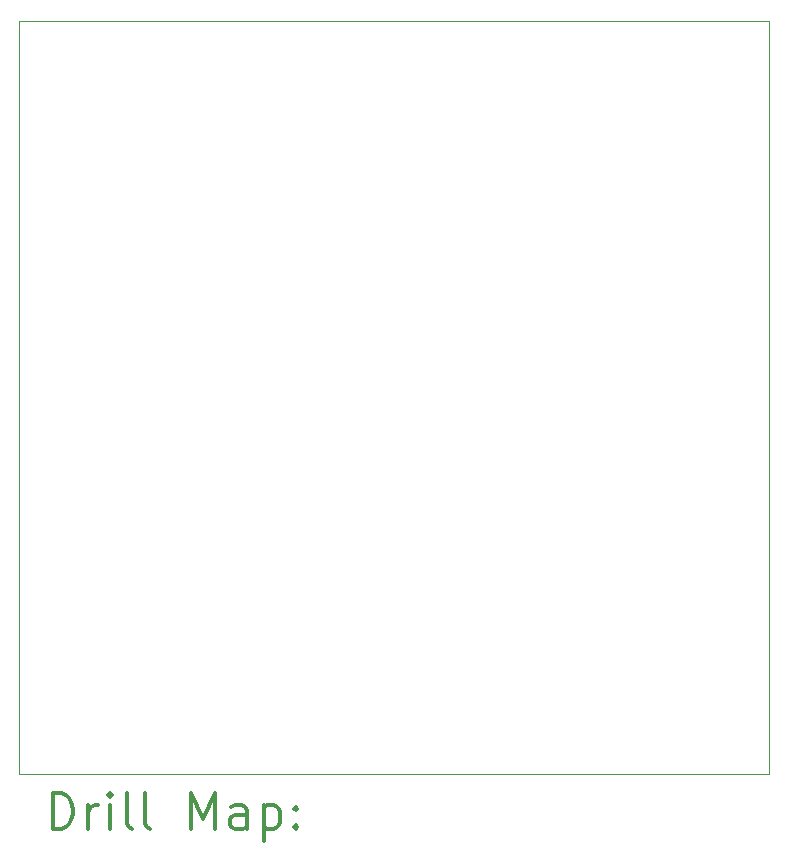
<source format=gbr>
%FSLAX45Y45*%
G04 Gerber Fmt 4.5, Leading zero omitted, Abs format (unit mm)*
G04 Created by KiCad (PCBNEW (5.1.9)-1) date 2025-04-10 23:31:55*
%MOMM*%
%LPD*%
G01*
G04 APERTURE LIST*
%TA.AperFunction,Profile*%
%ADD10C,0.050000*%
%TD*%
%ADD11C,0.200000*%
%ADD12C,0.300000*%
G04 APERTURE END LIST*
D10*
X19050000Y-7874000D02*
X19050000Y-11455400D01*
X12700000Y-7874000D02*
X19050000Y-7874000D01*
X12700000Y-14249400D02*
X12700000Y-7874000D01*
X19050000Y-14249400D02*
X12700000Y-14249400D01*
X19050000Y-11455400D02*
X19050000Y-14249400D01*
D11*
D12*
X12983928Y-14717614D02*
X12983928Y-14417614D01*
X13055357Y-14417614D01*
X13098214Y-14431900D01*
X13126786Y-14460471D01*
X13141071Y-14489043D01*
X13155357Y-14546186D01*
X13155357Y-14589043D01*
X13141071Y-14646186D01*
X13126786Y-14674757D01*
X13098214Y-14703329D01*
X13055357Y-14717614D01*
X12983928Y-14717614D01*
X13283928Y-14717614D02*
X13283928Y-14517614D01*
X13283928Y-14574757D02*
X13298214Y-14546186D01*
X13312500Y-14531900D01*
X13341071Y-14517614D01*
X13369643Y-14517614D01*
X13469643Y-14717614D02*
X13469643Y-14517614D01*
X13469643Y-14417614D02*
X13455357Y-14431900D01*
X13469643Y-14446186D01*
X13483928Y-14431900D01*
X13469643Y-14417614D01*
X13469643Y-14446186D01*
X13655357Y-14717614D02*
X13626786Y-14703329D01*
X13612500Y-14674757D01*
X13612500Y-14417614D01*
X13812500Y-14717614D02*
X13783928Y-14703329D01*
X13769643Y-14674757D01*
X13769643Y-14417614D01*
X14155357Y-14717614D02*
X14155357Y-14417614D01*
X14255357Y-14631900D01*
X14355357Y-14417614D01*
X14355357Y-14717614D01*
X14626786Y-14717614D02*
X14626786Y-14560471D01*
X14612500Y-14531900D01*
X14583928Y-14517614D01*
X14526786Y-14517614D01*
X14498214Y-14531900D01*
X14626786Y-14703329D02*
X14598214Y-14717614D01*
X14526786Y-14717614D01*
X14498214Y-14703329D01*
X14483928Y-14674757D01*
X14483928Y-14646186D01*
X14498214Y-14617614D01*
X14526786Y-14603329D01*
X14598214Y-14603329D01*
X14626786Y-14589043D01*
X14769643Y-14517614D02*
X14769643Y-14817614D01*
X14769643Y-14531900D02*
X14798214Y-14517614D01*
X14855357Y-14517614D01*
X14883928Y-14531900D01*
X14898214Y-14546186D01*
X14912500Y-14574757D01*
X14912500Y-14660471D01*
X14898214Y-14689043D01*
X14883928Y-14703329D01*
X14855357Y-14717614D01*
X14798214Y-14717614D01*
X14769643Y-14703329D01*
X15041071Y-14689043D02*
X15055357Y-14703329D01*
X15041071Y-14717614D01*
X15026786Y-14703329D01*
X15041071Y-14689043D01*
X15041071Y-14717614D01*
X15041071Y-14531900D02*
X15055357Y-14546186D01*
X15041071Y-14560471D01*
X15026786Y-14546186D01*
X15041071Y-14531900D01*
X15041071Y-14560471D01*
M02*

</source>
